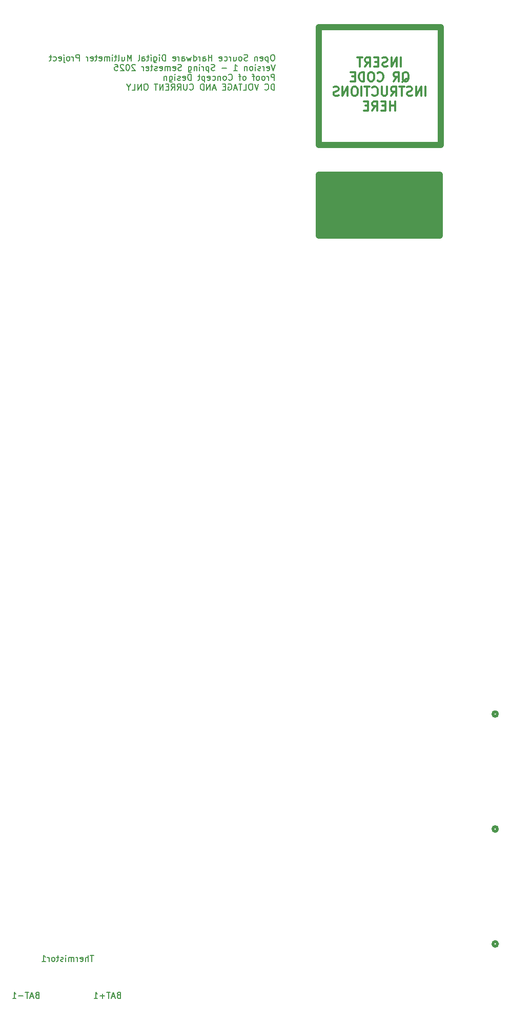
<source format=gbr>
%TF.GenerationSoftware,KiCad,Pcbnew,8.0.0*%
%TF.CreationDate,2025-03-31T17:33:55-04:00*%
%TF.ProjectId,oshe_dmm_project_v1,6f736865-5f64-46d6-9d5f-70726f6a6563,V1*%
%TF.SameCoordinates,Original*%
%TF.FileFunction,Legend,Bot*%
%TF.FilePolarity,Positive*%
%FSLAX46Y46*%
G04 Gerber Fmt 4.6, Leading zero omitted, Abs format (unit mm)*
G04 Created by KiCad (PCBNEW 8.0.0) date 2025-03-31 17:33:55*
%MOMM*%
%LPD*%
G01*
G04 APERTURE LIST*
%ADD10C,1.000000*%
%ADD11C,0.200000*%
%ADD12C,0.150000*%
%ADD13C,0.300000*%
%ADD14C,0.508000*%
G04 APERTURE END LIST*
D10*
X176758200Y-90508400D02*
X196758200Y-90508400D01*
X196758200Y-100508400D01*
X176758200Y-100508400D01*
X176758200Y-90508400D01*
G36*
X176758200Y-90508400D02*
G01*
X196758200Y-90508400D01*
X196758200Y-100508400D01*
X176758200Y-100508400D01*
X176758200Y-90508400D01*
G37*
X176758200Y-66124400D02*
X196925800Y-66124400D01*
X196925800Y-85530000D01*
X176758200Y-85530000D01*
X176758200Y-66124400D01*
D11*
X169263850Y-70629303D02*
X169073374Y-70629303D01*
X169073374Y-70629303D02*
X168978136Y-70676922D01*
X168978136Y-70676922D02*
X168882898Y-70772160D01*
X168882898Y-70772160D02*
X168835279Y-70962636D01*
X168835279Y-70962636D02*
X168835279Y-71295969D01*
X168835279Y-71295969D02*
X168882898Y-71486445D01*
X168882898Y-71486445D02*
X168978136Y-71581684D01*
X168978136Y-71581684D02*
X169073374Y-71629303D01*
X169073374Y-71629303D02*
X169263850Y-71629303D01*
X169263850Y-71629303D02*
X169359088Y-71581684D01*
X169359088Y-71581684D02*
X169454326Y-71486445D01*
X169454326Y-71486445D02*
X169501945Y-71295969D01*
X169501945Y-71295969D02*
X169501945Y-70962636D01*
X169501945Y-70962636D02*
X169454326Y-70772160D01*
X169454326Y-70772160D02*
X169359088Y-70676922D01*
X169359088Y-70676922D02*
X169263850Y-70629303D01*
X168406707Y-70962636D02*
X168406707Y-71962636D01*
X168406707Y-71010255D02*
X168311469Y-70962636D01*
X168311469Y-70962636D02*
X168120993Y-70962636D01*
X168120993Y-70962636D02*
X168025755Y-71010255D01*
X168025755Y-71010255D02*
X167978136Y-71057874D01*
X167978136Y-71057874D02*
X167930517Y-71153112D01*
X167930517Y-71153112D02*
X167930517Y-71438826D01*
X167930517Y-71438826D02*
X167978136Y-71534064D01*
X167978136Y-71534064D02*
X168025755Y-71581684D01*
X168025755Y-71581684D02*
X168120993Y-71629303D01*
X168120993Y-71629303D02*
X168311469Y-71629303D01*
X168311469Y-71629303D02*
X168406707Y-71581684D01*
X167120993Y-71581684D02*
X167216231Y-71629303D01*
X167216231Y-71629303D02*
X167406707Y-71629303D01*
X167406707Y-71629303D02*
X167501945Y-71581684D01*
X167501945Y-71581684D02*
X167549564Y-71486445D01*
X167549564Y-71486445D02*
X167549564Y-71105493D01*
X167549564Y-71105493D02*
X167501945Y-71010255D01*
X167501945Y-71010255D02*
X167406707Y-70962636D01*
X167406707Y-70962636D02*
X167216231Y-70962636D01*
X167216231Y-70962636D02*
X167120993Y-71010255D01*
X167120993Y-71010255D02*
X167073374Y-71105493D01*
X167073374Y-71105493D02*
X167073374Y-71200731D01*
X167073374Y-71200731D02*
X167549564Y-71295969D01*
X166644802Y-70962636D02*
X166644802Y-71629303D01*
X166644802Y-71057874D02*
X166597183Y-71010255D01*
X166597183Y-71010255D02*
X166501945Y-70962636D01*
X166501945Y-70962636D02*
X166359088Y-70962636D01*
X166359088Y-70962636D02*
X166263850Y-71010255D01*
X166263850Y-71010255D02*
X166216231Y-71105493D01*
X166216231Y-71105493D02*
X166216231Y-71629303D01*
X165025754Y-71581684D02*
X164882897Y-71629303D01*
X164882897Y-71629303D02*
X164644802Y-71629303D01*
X164644802Y-71629303D02*
X164549564Y-71581684D01*
X164549564Y-71581684D02*
X164501945Y-71534064D01*
X164501945Y-71534064D02*
X164454326Y-71438826D01*
X164454326Y-71438826D02*
X164454326Y-71343588D01*
X164454326Y-71343588D02*
X164501945Y-71248350D01*
X164501945Y-71248350D02*
X164549564Y-71200731D01*
X164549564Y-71200731D02*
X164644802Y-71153112D01*
X164644802Y-71153112D02*
X164835278Y-71105493D01*
X164835278Y-71105493D02*
X164930516Y-71057874D01*
X164930516Y-71057874D02*
X164978135Y-71010255D01*
X164978135Y-71010255D02*
X165025754Y-70915017D01*
X165025754Y-70915017D02*
X165025754Y-70819779D01*
X165025754Y-70819779D02*
X164978135Y-70724541D01*
X164978135Y-70724541D02*
X164930516Y-70676922D01*
X164930516Y-70676922D02*
X164835278Y-70629303D01*
X164835278Y-70629303D02*
X164597183Y-70629303D01*
X164597183Y-70629303D02*
X164454326Y-70676922D01*
X163882897Y-71629303D02*
X163978135Y-71581684D01*
X163978135Y-71581684D02*
X164025754Y-71534064D01*
X164025754Y-71534064D02*
X164073373Y-71438826D01*
X164073373Y-71438826D02*
X164073373Y-71153112D01*
X164073373Y-71153112D02*
X164025754Y-71057874D01*
X164025754Y-71057874D02*
X163978135Y-71010255D01*
X163978135Y-71010255D02*
X163882897Y-70962636D01*
X163882897Y-70962636D02*
X163740040Y-70962636D01*
X163740040Y-70962636D02*
X163644802Y-71010255D01*
X163644802Y-71010255D02*
X163597183Y-71057874D01*
X163597183Y-71057874D02*
X163549564Y-71153112D01*
X163549564Y-71153112D02*
X163549564Y-71438826D01*
X163549564Y-71438826D02*
X163597183Y-71534064D01*
X163597183Y-71534064D02*
X163644802Y-71581684D01*
X163644802Y-71581684D02*
X163740040Y-71629303D01*
X163740040Y-71629303D02*
X163882897Y-71629303D01*
X162692421Y-70962636D02*
X162692421Y-71629303D01*
X163120992Y-70962636D02*
X163120992Y-71486445D01*
X163120992Y-71486445D02*
X163073373Y-71581684D01*
X163073373Y-71581684D02*
X162978135Y-71629303D01*
X162978135Y-71629303D02*
X162835278Y-71629303D01*
X162835278Y-71629303D02*
X162740040Y-71581684D01*
X162740040Y-71581684D02*
X162692421Y-71534064D01*
X162216230Y-71629303D02*
X162216230Y-70962636D01*
X162216230Y-71153112D02*
X162168611Y-71057874D01*
X162168611Y-71057874D02*
X162120992Y-71010255D01*
X162120992Y-71010255D02*
X162025754Y-70962636D01*
X162025754Y-70962636D02*
X161930516Y-70962636D01*
X161168611Y-71581684D02*
X161263849Y-71629303D01*
X161263849Y-71629303D02*
X161454325Y-71629303D01*
X161454325Y-71629303D02*
X161549563Y-71581684D01*
X161549563Y-71581684D02*
X161597182Y-71534064D01*
X161597182Y-71534064D02*
X161644801Y-71438826D01*
X161644801Y-71438826D02*
X161644801Y-71153112D01*
X161644801Y-71153112D02*
X161597182Y-71057874D01*
X161597182Y-71057874D02*
X161549563Y-71010255D01*
X161549563Y-71010255D02*
X161454325Y-70962636D01*
X161454325Y-70962636D02*
X161263849Y-70962636D01*
X161263849Y-70962636D02*
X161168611Y-71010255D01*
X160359087Y-71581684D02*
X160454325Y-71629303D01*
X160454325Y-71629303D02*
X160644801Y-71629303D01*
X160644801Y-71629303D02*
X160740039Y-71581684D01*
X160740039Y-71581684D02*
X160787658Y-71486445D01*
X160787658Y-71486445D02*
X160787658Y-71105493D01*
X160787658Y-71105493D02*
X160740039Y-71010255D01*
X160740039Y-71010255D02*
X160644801Y-70962636D01*
X160644801Y-70962636D02*
X160454325Y-70962636D01*
X160454325Y-70962636D02*
X160359087Y-71010255D01*
X160359087Y-71010255D02*
X160311468Y-71105493D01*
X160311468Y-71105493D02*
X160311468Y-71200731D01*
X160311468Y-71200731D02*
X160787658Y-71295969D01*
X159120991Y-71629303D02*
X159120991Y-70629303D01*
X159120991Y-71105493D02*
X158549563Y-71105493D01*
X158549563Y-71629303D02*
X158549563Y-70629303D01*
X157644801Y-71629303D02*
X157644801Y-71105493D01*
X157644801Y-71105493D02*
X157692420Y-71010255D01*
X157692420Y-71010255D02*
X157787658Y-70962636D01*
X157787658Y-70962636D02*
X157978134Y-70962636D01*
X157978134Y-70962636D02*
X158073372Y-71010255D01*
X157644801Y-71581684D02*
X157740039Y-71629303D01*
X157740039Y-71629303D02*
X157978134Y-71629303D01*
X157978134Y-71629303D02*
X158073372Y-71581684D01*
X158073372Y-71581684D02*
X158120991Y-71486445D01*
X158120991Y-71486445D02*
X158120991Y-71391207D01*
X158120991Y-71391207D02*
X158073372Y-71295969D01*
X158073372Y-71295969D02*
X157978134Y-71248350D01*
X157978134Y-71248350D02*
X157740039Y-71248350D01*
X157740039Y-71248350D02*
X157644801Y-71200731D01*
X157168610Y-71629303D02*
X157168610Y-70962636D01*
X157168610Y-71153112D02*
X157120991Y-71057874D01*
X157120991Y-71057874D02*
X157073372Y-71010255D01*
X157073372Y-71010255D02*
X156978134Y-70962636D01*
X156978134Y-70962636D02*
X156882896Y-70962636D01*
X156120991Y-71629303D02*
X156120991Y-70629303D01*
X156120991Y-71581684D02*
X156216229Y-71629303D01*
X156216229Y-71629303D02*
X156406705Y-71629303D01*
X156406705Y-71629303D02*
X156501943Y-71581684D01*
X156501943Y-71581684D02*
X156549562Y-71534064D01*
X156549562Y-71534064D02*
X156597181Y-71438826D01*
X156597181Y-71438826D02*
X156597181Y-71153112D01*
X156597181Y-71153112D02*
X156549562Y-71057874D01*
X156549562Y-71057874D02*
X156501943Y-71010255D01*
X156501943Y-71010255D02*
X156406705Y-70962636D01*
X156406705Y-70962636D02*
X156216229Y-70962636D01*
X156216229Y-70962636D02*
X156120991Y-71010255D01*
X155740038Y-70962636D02*
X155549562Y-71629303D01*
X155549562Y-71629303D02*
X155359086Y-71153112D01*
X155359086Y-71153112D02*
X155168610Y-71629303D01*
X155168610Y-71629303D02*
X154978134Y-70962636D01*
X154168610Y-71629303D02*
X154168610Y-71105493D01*
X154168610Y-71105493D02*
X154216229Y-71010255D01*
X154216229Y-71010255D02*
X154311467Y-70962636D01*
X154311467Y-70962636D02*
X154501943Y-70962636D01*
X154501943Y-70962636D02*
X154597181Y-71010255D01*
X154168610Y-71581684D02*
X154263848Y-71629303D01*
X154263848Y-71629303D02*
X154501943Y-71629303D01*
X154501943Y-71629303D02*
X154597181Y-71581684D01*
X154597181Y-71581684D02*
X154644800Y-71486445D01*
X154644800Y-71486445D02*
X154644800Y-71391207D01*
X154644800Y-71391207D02*
X154597181Y-71295969D01*
X154597181Y-71295969D02*
X154501943Y-71248350D01*
X154501943Y-71248350D02*
X154263848Y-71248350D01*
X154263848Y-71248350D02*
X154168610Y-71200731D01*
X153692419Y-71629303D02*
X153692419Y-70962636D01*
X153692419Y-71153112D02*
X153644800Y-71057874D01*
X153644800Y-71057874D02*
X153597181Y-71010255D01*
X153597181Y-71010255D02*
X153501943Y-70962636D01*
X153501943Y-70962636D02*
X153406705Y-70962636D01*
X152692419Y-71581684D02*
X152787657Y-71629303D01*
X152787657Y-71629303D02*
X152978133Y-71629303D01*
X152978133Y-71629303D02*
X153073371Y-71581684D01*
X153073371Y-71581684D02*
X153120990Y-71486445D01*
X153120990Y-71486445D02*
X153120990Y-71105493D01*
X153120990Y-71105493D02*
X153073371Y-71010255D01*
X153073371Y-71010255D02*
X152978133Y-70962636D01*
X152978133Y-70962636D02*
X152787657Y-70962636D01*
X152787657Y-70962636D02*
X152692419Y-71010255D01*
X152692419Y-71010255D02*
X152644800Y-71105493D01*
X152644800Y-71105493D02*
X152644800Y-71200731D01*
X152644800Y-71200731D02*
X153120990Y-71295969D01*
X151454323Y-71629303D02*
X151454323Y-70629303D01*
X151454323Y-70629303D02*
X151216228Y-70629303D01*
X151216228Y-70629303D02*
X151073371Y-70676922D01*
X151073371Y-70676922D02*
X150978133Y-70772160D01*
X150978133Y-70772160D02*
X150930514Y-70867398D01*
X150930514Y-70867398D02*
X150882895Y-71057874D01*
X150882895Y-71057874D02*
X150882895Y-71200731D01*
X150882895Y-71200731D02*
X150930514Y-71391207D01*
X150930514Y-71391207D02*
X150978133Y-71486445D01*
X150978133Y-71486445D02*
X151073371Y-71581684D01*
X151073371Y-71581684D02*
X151216228Y-71629303D01*
X151216228Y-71629303D02*
X151454323Y-71629303D01*
X150454323Y-71629303D02*
X150454323Y-70962636D01*
X150454323Y-70629303D02*
X150501942Y-70676922D01*
X150501942Y-70676922D02*
X150454323Y-70724541D01*
X150454323Y-70724541D02*
X150406704Y-70676922D01*
X150406704Y-70676922D02*
X150454323Y-70629303D01*
X150454323Y-70629303D02*
X150454323Y-70724541D01*
X149549562Y-70962636D02*
X149549562Y-71772160D01*
X149549562Y-71772160D02*
X149597181Y-71867398D01*
X149597181Y-71867398D02*
X149644800Y-71915017D01*
X149644800Y-71915017D02*
X149740038Y-71962636D01*
X149740038Y-71962636D02*
X149882895Y-71962636D01*
X149882895Y-71962636D02*
X149978133Y-71915017D01*
X149549562Y-71581684D02*
X149644800Y-71629303D01*
X149644800Y-71629303D02*
X149835276Y-71629303D01*
X149835276Y-71629303D02*
X149930514Y-71581684D01*
X149930514Y-71581684D02*
X149978133Y-71534064D01*
X149978133Y-71534064D02*
X150025752Y-71438826D01*
X150025752Y-71438826D02*
X150025752Y-71153112D01*
X150025752Y-71153112D02*
X149978133Y-71057874D01*
X149978133Y-71057874D02*
X149930514Y-71010255D01*
X149930514Y-71010255D02*
X149835276Y-70962636D01*
X149835276Y-70962636D02*
X149644800Y-70962636D01*
X149644800Y-70962636D02*
X149549562Y-71010255D01*
X149073371Y-71629303D02*
X149073371Y-70962636D01*
X149073371Y-70629303D02*
X149120990Y-70676922D01*
X149120990Y-70676922D02*
X149073371Y-70724541D01*
X149073371Y-70724541D02*
X149025752Y-70676922D01*
X149025752Y-70676922D02*
X149073371Y-70629303D01*
X149073371Y-70629303D02*
X149073371Y-70724541D01*
X148740038Y-70962636D02*
X148359086Y-70962636D01*
X148597181Y-70629303D02*
X148597181Y-71486445D01*
X148597181Y-71486445D02*
X148549562Y-71581684D01*
X148549562Y-71581684D02*
X148454324Y-71629303D01*
X148454324Y-71629303D02*
X148359086Y-71629303D01*
X147597181Y-71629303D02*
X147597181Y-71105493D01*
X147597181Y-71105493D02*
X147644800Y-71010255D01*
X147644800Y-71010255D02*
X147740038Y-70962636D01*
X147740038Y-70962636D02*
X147930514Y-70962636D01*
X147930514Y-70962636D02*
X148025752Y-71010255D01*
X147597181Y-71581684D02*
X147692419Y-71629303D01*
X147692419Y-71629303D02*
X147930514Y-71629303D01*
X147930514Y-71629303D02*
X148025752Y-71581684D01*
X148025752Y-71581684D02*
X148073371Y-71486445D01*
X148073371Y-71486445D02*
X148073371Y-71391207D01*
X148073371Y-71391207D02*
X148025752Y-71295969D01*
X148025752Y-71295969D02*
X147930514Y-71248350D01*
X147930514Y-71248350D02*
X147692419Y-71248350D01*
X147692419Y-71248350D02*
X147597181Y-71200731D01*
X146978133Y-71629303D02*
X147073371Y-71581684D01*
X147073371Y-71581684D02*
X147120990Y-71486445D01*
X147120990Y-71486445D02*
X147120990Y-70629303D01*
X145835275Y-71629303D02*
X145835275Y-70629303D01*
X145835275Y-70629303D02*
X145501942Y-71343588D01*
X145501942Y-71343588D02*
X145168609Y-70629303D01*
X145168609Y-70629303D02*
X145168609Y-71629303D01*
X144263847Y-70962636D02*
X144263847Y-71629303D01*
X144692418Y-70962636D02*
X144692418Y-71486445D01*
X144692418Y-71486445D02*
X144644799Y-71581684D01*
X144644799Y-71581684D02*
X144549561Y-71629303D01*
X144549561Y-71629303D02*
X144406704Y-71629303D01*
X144406704Y-71629303D02*
X144311466Y-71581684D01*
X144311466Y-71581684D02*
X144263847Y-71534064D01*
X143644799Y-71629303D02*
X143740037Y-71581684D01*
X143740037Y-71581684D02*
X143787656Y-71486445D01*
X143787656Y-71486445D02*
X143787656Y-70629303D01*
X143406703Y-70962636D02*
X143025751Y-70962636D01*
X143263846Y-70629303D02*
X143263846Y-71486445D01*
X143263846Y-71486445D02*
X143216227Y-71581684D01*
X143216227Y-71581684D02*
X143120989Y-71629303D01*
X143120989Y-71629303D02*
X143025751Y-71629303D01*
X142692417Y-71629303D02*
X142692417Y-70962636D01*
X142692417Y-70629303D02*
X142740036Y-70676922D01*
X142740036Y-70676922D02*
X142692417Y-70724541D01*
X142692417Y-70724541D02*
X142644798Y-70676922D01*
X142644798Y-70676922D02*
X142692417Y-70629303D01*
X142692417Y-70629303D02*
X142692417Y-70724541D01*
X142216227Y-71629303D02*
X142216227Y-70962636D01*
X142216227Y-71057874D02*
X142168608Y-71010255D01*
X142168608Y-71010255D02*
X142073370Y-70962636D01*
X142073370Y-70962636D02*
X141930513Y-70962636D01*
X141930513Y-70962636D02*
X141835275Y-71010255D01*
X141835275Y-71010255D02*
X141787656Y-71105493D01*
X141787656Y-71105493D02*
X141787656Y-71629303D01*
X141787656Y-71105493D02*
X141740037Y-71010255D01*
X141740037Y-71010255D02*
X141644799Y-70962636D01*
X141644799Y-70962636D02*
X141501942Y-70962636D01*
X141501942Y-70962636D02*
X141406703Y-71010255D01*
X141406703Y-71010255D02*
X141359084Y-71105493D01*
X141359084Y-71105493D02*
X141359084Y-71629303D01*
X140501942Y-71581684D02*
X140597180Y-71629303D01*
X140597180Y-71629303D02*
X140787656Y-71629303D01*
X140787656Y-71629303D02*
X140882894Y-71581684D01*
X140882894Y-71581684D02*
X140930513Y-71486445D01*
X140930513Y-71486445D02*
X140930513Y-71105493D01*
X140930513Y-71105493D02*
X140882894Y-71010255D01*
X140882894Y-71010255D02*
X140787656Y-70962636D01*
X140787656Y-70962636D02*
X140597180Y-70962636D01*
X140597180Y-70962636D02*
X140501942Y-71010255D01*
X140501942Y-71010255D02*
X140454323Y-71105493D01*
X140454323Y-71105493D02*
X140454323Y-71200731D01*
X140454323Y-71200731D02*
X140930513Y-71295969D01*
X140168608Y-70962636D02*
X139787656Y-70962636D01*
X140025751Y-70629303D02*
X140025751Y-71486445D01*
X140025751Y-71486445D02*
X139978132Y-71581684D01*
X139978132Y-71581684D02*
X139882894Y-71629303D01*
X139882894Y-71629303D02*
X139787656Y-71629303D01*
X139073370Y-71581684D02*
X139168608Y-71629303D01*
X139168608Y-71629303D02*
X139359084Y-71629303D01*
X139359084Y-71629303D02*
X139454322Y-71581684D01*
X139454322Y-71581684D02*
X139501941Y-71486445D01*
X139501941Y-71486445D02*
X139501941Y-71105493D01*
X139501941Y-71105493D02*
X139454322Y-71010255D01*
X139454322Y-71010255D02*
X139359084Y-70962636D01*
X139359084Y-70962636D02*
X139168608Y-70962636D01*
X139168608Y-70962636D02*
X139073370Y-71010255D01*
X139073370Y-71010255D02*
X139025751Y-71105493D01*
X139025751Y-71105493D02*
X139025751Y-71200731D01*
X139025751Y-71200731D02*
X139501941Y-71295969D01*
X138597179Y-71629303D02*
X138597179Y-70962636D01*
X138597179Y-71153112D02*
X138549560Y-71057874D01*
X138549560Y-71057874D02*
X138501941Y-71010255D01*
X138501941Y-71010255D02*
X138406703Y-70962636D01*
X138406703Y-70962636D02*
X138311465Y-70962636D01*
X137216226Y-71629303D02*
X137216226Y-70629303D01*
X137216226Y-70629303D02*
X136835274Y-70629303D01*
X136835274Y-70629303D02*
X136740036Y-70676922D01*
X136740036Y-70676922D02*
X136692417Y-70724541D01*
X136692417Y-70724541D02*
X136644798Y-70819779D01*
X136644798Y-70819779D02*
X136644798Y-70962636D01*
X136644798Y-70962636D02*
X136692417Y-71057874D01*
X136692417Y-71057874D02*
X136740036Y-71105493D01*
X136740036Y-71105493D02*
X136835274Y-71153112D01*
X136835274Y-71153112D02*
X137216226Y-71153112D01*
X136216226Y-71629303D02*
X136216226Y-70962636D01*
X136216226Y-71153112D02*
X136168607Y-71057874D01*
X136168607Y-71057874D02*
X136120988Y-71010255D01*
X136120988Y-71010255D02*
X136025750Y-70962636D01*
X136025750Y-70962636D02*
X135930512Y-70962636D01*
X135454321Y-71629303D02*
X135549559Y-71581684D01*
X135549559Y-71581684D02*
X135597178Y-71534064D01*
X135597178Y-71534064D02*
X135644797Y-71438826D01*
X135644797Y-71438826D02*
X135644797Y-71153112D01*
X135644797Y-71153112D02*
X135597178Y-71057874D01*
X135597178Y-71057874D02*
X135549559Y-71010255D01*
X135549559Y-71010255D02*
X135454321Y-70962636D01*
X135454321Y-70962636D02*
X135311464Y-70962636D01*
X135311464Y-70962636D02*
X135216226Y-71010255D01*
X135216226Y-71010255D02*
X135168607Y-71057874D01*
X135168607Y-71057874D02*
X135120988Y-71153112D01*
X135120988Y-71153112D02*
X135120988Y-71438826D01*
X135120988Y-71438826D02*
X135168607Y-71534064D01*
X135168607Y-71534064D02*
X135216226Y-71581684D01*
X135216226Y-71581684D02*
X135311464Y-71629303D01*
X135311464Y-71629303D02*
X135454321Y-71629303D01*
X134692416Y-70962636D02*
X134692416Y-71819779D01*
X134692416Y-71819779D02*
X134740035Y-71915017D01*
X134740035Y-71915017D02*
X134835273Y-71962636D01*
X134835273Y-71962636D02*
X134882892Y-71962636D01*
X134692416Y-70629303D02*
X134740035Y-70676922D01*
X134740035Y-70676922D02*
X134692416Y-70724541D01*
X134692416Y-70724541D02*
X134644797Y-70676922D01*
X134644797Y-70676922D02*
X134692416Y-70629303D01*
X134692416Y-70629303D02*
X134692416Y-70724541D01*
X133835274Y-71581684D02*
X133930512Y-71629303D01*
X133930512Y-71629303D02*
X134120988Y-71629303D01*
X134120988Y-71629303D02*
X134216226Y-71581684D01*
X134216226Y-71581684D02*
X134263845Y-71486445D01*
X134263845Y-71486445D02*
X134263845Y-71105493D01*
X134263845Y-71105493D02*
X134216226Y-71010255D01*
X134216226Y-71010255D02*
X134120988Y-70962636D01*
X134120988Y-70962636D02*
X133930512Y-70962636D01*
X133930512Y-70962636D02*
X133835274Y-71010255D01*
X133835274Y-71010255D02*
X133787655Y-71105493D01*
X133787655Y-71105493D02*
X133787655Y-71200731D01*
X133787655Y-71200731D02*
X134263845Y-71295969D01*
X132930512Y-71581684D02*
X133025750Y-71629303D01*
X133025750Y-71629303D02*
X133216226Y-71629303D01*
X133216226Y-71629303D02*
X133311464Y-71581684D01*
X133311464Y-71581684D02*
X133359083Y-71534064D01*
X133359083Y-71534064D02*
X133406702Y-71438826D01*
X133406702Y-71438826D02*
X133406702Y-71153112D01*
X133406702Y-71153112D02*
X133359083Y-71057874D01*
X133359083Y-71057874D02*
X133311464Y-71010255D01*
X133311464Y-71010255D02*
X133216226Y-70962636D01*
X133216226Y-70962636D02*
X133025750Y-70962636D01*
X133025750Y-70962636D02*
X132930512Y-71010255D01*
X132644797Y-70962636D02*
X132263845Y-70962636D01*
X132501940Y-70629303D02*
X132501940Y-71486445D01*
X132501940Y-71486445D02*
X132454321Y-71581684D01*
X132454321Y-71581684D02*
X132359083Y-71629303D01*
X132359083Y-71629303D02*
X132263845Y-71629303D01*
X169597183Y-72239247D02*
X169263850Y-73239247D01*
X169263850Y-73239247D02*
X168930517Y-72239247D01*
X168216231Y-73191628D02*
X168311469Y-73239247D01*
X168311469Y-73239247D02*
X168501945Y-73239247D01*
X168501945Y-73239247D02*
X168597183Y-73191628D01*
X168597183Y-73191628D02*
X168644802Y-73096389D01*
X168644802Y-73096389D02*
X168644802Y-72715437D01*
X168644802Y-72715437D02*
X168597183Y-72620199D01*
X168597183Y-72620199D02*
X168501945Y-72572580D01*
X168501945Y-72572580D02*
X168311469Y-72572580D01*
X168311469Y-72572580D02*
X168216231Y-72620199D01*
X168216231Y-72620199D02*
X168168612Y-72715437D01*
X168168612Y-72715437D02*
X168168612Y-72810675D01*
X168168612Y-72810675D02*
X168644802Y-72905913D01*
X167740040Y-73239247D02*
X167740040Y-72572580D01*
X167740040Y-72763056D02*
X167692421Y-72667818D01*
X167692421Y-72667818D02*
X167644802Y-72620199D01*
X167644802Y-72620199D02*
X167549564Y-72572580D01*
X167549564Y-72572580D02*
X167454326Y-72572580D01*
X167168611Y-73191628D02*
X167073373Y-73239247D01*
X167073373Y-73239247D02*
X166882897Y-73239247D01*
X166882897Y-73239247D02*
X166787659Y-73191628D01*
X166787659Y-73191628D02*
X166740040Y-73096389D01*
X166740040Y-73096389D02*
X166740040Y-73048770D01*
X166740040Y-73048770D02*
X166787659Y-72953532D01*
X166787659Y-72953532D02*
X166882897Y-72905913D01*
X166882897Y-72905913D02*
X167025754Y-72905913D01*
X167025754Y-72905913D02*
X167120992Y-72858294D01*
X167120992Y-72858294D02*
X167168611Y-72763056D01*
X167168611Y-72763056D02*
X167168611Y-72715437D01*
X167168611Y-72715437D02*
X167120992Y-72620199D01*
X167120992Y-72620199D02*
X167025754Y-72572580D01*
X167025754Y-72572580D02*
X166882897Y-72572580D01*
X166882897Y-72572580D02*
X166787659Y-72620199D01*
X166311468Y-73239247D02*
X166311468Y-72572580D01*
X166311468Y-72239247D02*
X166359087Y-72286866D01*
X166359087Y-72286866D02*
X166311468Y-72334485D01*
X166311468Y-72334485D02*
X166263849Y-72286866D01*
X166263849Y-72286866D02*
X166311468Y-72239247D01*
X166311468Y-72239247D02*
X166311468Y-72334485D01*
X165692421Y-73239247D02*
X165787659Y-73191628D01*
X165787659Y-73191628D02*
X165835278Y-73144008D01*
X165835278Y-73144008D02*
X165882897Y-73048770D01*
X165882897Y-73048770D02*
X165882897Y-72763056D01*
X165882897Y-72763056D02*
X165835278Y-72667818D01*
X165835278Y-72667818D02*
X165787659Y-72620199D01*
X165787659Y-72620199D02*
X165692421Y-72572580D01*
X165692421Y-72572580D02*
X165549564Y-72572580D01*
X165549564Y-72572580D02*
X165454326Y-72620199D01*
X165454326Y-72620199D02*
X165406707Y-72667818D01*
X165406707Y-72667818D02*
X165359088Y-72763056D01*
X165359088Y-72763056D02*
X165359088Y-73048770D01*
X165359088Y-73048770D02*
X165406707Y-73144008D01*
X165406707Y-73144008D02*
X165454326Y-73191628D01*
X165454326Y-73191628D02*
X165549564Y-73239247D01*
X165549564Y-73239247D02*
X165692421Y-73239247D01*
X164930516Y-72572580D02*
X164930516Y-73239247D01*
X164930516Y-72667818D02*
X164882897Y-72620199D01*
X164882897Y-72620199D02*
X164787659Y-72572580D01*
X164787659Y-72572580D02*
X164644802Y-72572580D01*
X164644802Y-72572580D02*
X164549564Y-72620199D01*
X164549564Y-72620199D02*
X164501945Y-72715437D01*
X164501945Y-72715437D02*
X164501945Y-73239247D01*
X162740040Y-73239247D02*
X163311468Y-73239247D01*
X163025754Y-73239247D02*
X163025754Y-72239247D01*
X163025754Y-72239247D02*
X163120992Y-72382104D01*
X163120992Y-72382104D02*
X163216230Y-72477342D01*
X163216230Y-72477342D02*
X163311468Y-72524961D01*
X161549563Y-72858294D02*
X160787659Y-72858294D01*
X159597182Y-73191628D02*
X159454325Y-73239247D01*
X159454325Y-73239247D02*
X159216230Y-73239247D01*
X159216230Y-73239247D02*
X159120992Y-73191628D01*
X159120992Y-73191628D02*
X159073373Y-73144008D01*
X159073373Y-73144008D02*
X159025754Y-73048770D01*
X159025754Y-73048770D02*
X159025754Y-72953532D01*
X159025754Y-72953532D02*
X159073373Y-72858294D01*
X159073373Y-72858294D02*
X159120992Y-72810675D01*
X159120992Y-72810675D02*
X159216230Y-72763056D01*
X159216230Y-72763056D02*
X159406706Y-72715437D01*
X159406706Y-72715437D02*
X159501944Y-72667818D01*
X159501944Y-72667818D02*
X159549563Y-72620199D01*
X159549563Y-72620199D02*
X159597182Y-72524961D01*
X159597182Y-72524961D02*
X159597182Y-72429723D01*
X159597182Y-72429723D02*
X159549563Y-72334485D01*
X159549563Y-72334485D02*
X159501944Y-72286866D01*
X159501944Y-72286866D02*
X159406706Y-72239247D01*
X159406706Y-72239247D02*
X159168611Y-72239247D01*
X159168611Y-72239247D02*
X159025754Y-72286866D01*
X158597182Y-72572580D02*
X158597182Y-73572580D01*
X158597182Y-72620199D02*
X158501944Y-72572580D01*
X158501944Y-72572580D02*
X158311468Y-72572580D01*
X158311468Y-72572580D02*
X158216230Y-72620199D01*
X158216230Y-72620199D02*
X158168611Y-72667818D01*
X158168611Y-72667818D02*
X158120992Y-72763056D01*
X158120992Y-72763056D02*
X158120992Y-73048770D01*
X158120992Y-73048770D02*
X158168611Y-73144008D01*
X158168611Y-73144008D02*
X158216230Y-73191628D01*
X158216230Y-73191628D02*
X158311468Y-73239247D01*
X158311468Y-73239247D02*
X158501944Y-73239247D01*
X158501944Y-73239247D02*
X158597182Y-73191628D01*
X157692420Y-73239247D02*
X157692420Y-72572580D01*
X157692420Y-72763056D02*
X157644801Y-72667818D01*
X157644801Y-72667818D02*
X157597182Y-72620199D01*
X157597182Y-72620199D02*
X157501944Y-72572580D01*
X157501944Y-72572580D02*
X157406706Y-72572580D01*
X157073372Y-73239247D02*
X157073372Y-72572580D01*
X157073372Y-72239247D02*
X157120991Y-72286866D01*
X157120991Y-72286866D02*
X157073372Y-72334485D01*
X157073372Y-72334485D02*
X157025753Y-72286866D01*
X157025753Y-72286866D02*
X157073372Y-72239247D01*
X157073372Y-72239247D02*
X157073372Y-72334485D01*
X156597182Y-72572580D02*
X156597182Y-73239247D01*
X156597182Y-72667818D02*
X156549563Y-72620199D01*
X156549563Y-72620199D02*
X156454325Y-72572580D01*
X156454325Y-72572580D02*
X156311468Y-72572580D01*
X156311468Y-72572580D02*
X156216230Y-72620199D01*
X156216230Y-72620199D02*
X156168611Y-72715437D01*
X156168611Y-72715437D02*
X156168611Y-73239247D01*
X155263849Y-72572580D02*
X155263849Y-73382104D01*
X155263849Y-73382104D02*
X155311468Y-73477342D01*
X155311468Y-73477342D02*
X155359087Y-73524961D01*
X155359087Y-73524961D02*
X155454325Y-73572580D01*
X155454325Y-73572580D02*
X155597182Y-73572580D01*
X155597182Y-73572580D02*
X155692420Y-73524961D01*
X155263849Y-73191628D02*
X155359087Y-73239247D01*
X155359087Y-73239247D02*
X155549563Y-73239247D01*
X155549563Y-73239247D02*
X155644801Y-73191628D01*
X155644801Y-73191628D02*
X155692420Y-73144008D01*
X155692420Y-73144008D02*
X155740039Y-73048770D01*
X155740039Y-73048770D02*
X155740039Y-72763056D01*
X155740039Y-72763056D02*
X155692420Y-72667818D01*
X155692420Y-72667818D02*
X155644801Y-72620199D01*
X155644801Y-72620199D02*
X155549563Y-72572580D01*
X155549563Y-72572580D02*
X155359087Y-72572580D01*
X155359087Y-72572580D02*
X155263849Y-72620199D01*
X154073372Y-73191628D02*
X153930515Y-73239247D01*
X153930515Y-73239247D02*
X153692420Y-73239247D01*
X153692420Y-73239247D02*
X153597182Y-73191628D01*
X153597182Y-73191628D02*
X153549563Y-73144008D01*
X153549563Y-73144008D02*
X153501944Y-73048770D01*
X153501944Y-73048770D02*
X153501944Y-72953532D01*
X153501944Y-72953532D02*
X153549563Y-72858294D01*
X153549563Y-72858294D02*
X153597182Y-72810675D01*
X153597182Y-72810675D02*
X153692420Y-72763056D01*
X153692420Y-72763056D02*
X153882896Y-72715437D01*
X153882896Y-72715437D02*
X153978134Y-72667818D01*
X153978134Y-72667818D02*
X154025753Y-72620199D01*
X154025753Y-72620199D02*
X154073372Y-72524961D01*
X154073372Y-72524961D02*
X154073372Y-72429723D01*
X154073372Y-72429723D02*
X154025753Y-72334485D01*
X154025753Y-72334485D02*
X153978134Y-72286866D01*
X153978134Y-72286866D02*
X153882896Y-72239247D01*
X153882896Y-72239247D02*
X153644801Y-72239247D01*
X153644801Y-72239247D02*
X153501944Y-72286866D01*
X152692420Y-73191628D02*
X152787658Y-73239247D01*
X152787658Y-73239247D02*
X152978134Y-73239247D01*
X152978134Y-73239247D02*
X153073372Y-73191628D01*
X153073372Y-73191628D02*
X153120991Y-73096389D01*
X153120991Y-73096389D02*
X153120991Y-72715437D01*
X153120991Y-72715437D02*
X153073372Y-72620199D01*
X153073372Y-72620199D02*
X152978134Y-72572580D01*
X152978134Y-72572580D02*
X152787658Y-72572580D01*
X152787658Y-72572580D02*
X152692420Y-72620199D01*
X152692420Y-72620199D02*
X152644801Y-72715437D01*
X152644801Y-72715437D02*
X152644801Y-72810675D01*
X152644801Y-72810675D02*
X153120991Y-72905913D01*
X152216229Y-73239247D02*
X152216229Y-72572580D01*
X152216229Y-72667818D02*
X152168610Y-72620199D01*
X152168610Y-72620199D02*
X152073372Y-72572580D01*
X152073372Y-72572580D02*
X151930515Y-72572580D01*
X151930515Y-72572580D02*
X151835277Y-72620199D01*
X151835277Y-72620199D02*
X151787658Y-72715437D01*
X151787658Y-72715437D02*
X151787658Y-73239247D01*
X151787658Y-72715437D02*
X151740039Y-72620199D01*
X151740039Y-72620199D02*
X151644801Y-72572580D01*
X151644801Y-72572580D02*
X151501944Y-72572580D01*
X151501944Y-72572580D02*
X151406705Y-72620199D01*
X151406705Y-72620199D02*
X151359086Y-72715437D01*
X151359086Y-72715437D02*
X151359086Y-73239247D01*
X150501944Y-73191628D02*
X150597182Y-73239247D01*
X150597182Y-73239247D02*
X150787658Y-73239247D01*
X150787658Y-73239247D02*
X150882896Y-73191628D01*
X150882896Y-73191628D02*
X150930515Y-73096389D01*
X150930515Y-73096389D02*
X150930515Y-72715437D01*
X150930515Y-72715437D02*
X150882896Y-72620199D01*
X150882896Y-72620199D02*
X150787658Y-72572580D01*
X150787658Y-72572580D02*
X150597182Y-72572580D01*
X150597182Y-72572580D02*
X150501944Y-72620199D01*
X150501944Y-72620199D02*
X150454325Y-72715437D01*
X150454325Y-72715437D02*
X150454325Y-72810675D01*
X150454325Y-72810675D02*
X150930515Y-72905913D01*
X150073372Y-73191628D02*
X149978134Y-73239247D01*
X149978134Y-73239247D02*
X149787658Y-73239247D01*
X149787658Y-73239247D02*
X149692420Y-73191628D01*
X149692420Y-73191628D02*
X149644801Y-73096389D01*
X149644801Y-73096389D02*
X149644801Y-73048770D01*
X149644801Y-73048770D02*
X149692420Y-72953532D01*
X149692420Y-72953532D02*
X149787658Y-72905913D01*
X149787658Y-72905913D02*
X149930515Y-72905913D01*
X149930515Y-72905913D02*
X150025753Y-72858294D01*
X150025753Y-72858294D02*
X150073372Y-72763056D01*
X150073372Y-72763056D02*
X150073372Y-72715437D01*
X150073372Y-72715437D02*
X150025753Y-72620199D01*
X150025753Y-72620199D02*
X149930515Y-72572580D01*
X149930515Y-72572580D02*
X149787658Y-72572580D01*
X149787658Y-72572580D02*
X149692420Y-72620199D01*
X149359086Y-72572580D02*
X148978134Y-72572580D01*
X149216229Y-72239247D02*
X149216229Y-73096389D01*
X149216229Y-73096389D02*
X149168610Y-73191628D01*
X149168610Y-73191628D02*
X149073372Y-73239247D01*
X149073372Y-73239247D02*
X148978134Y-73239247D01*
X148263848Y-73191628D02*
X148359086Y-73239247D01*
X148359086Y-73239247D02*
X148549562Y-73239247D01*
X148549562Y-73239247D02*
X148644800Y-73191628D01*
X148644800Y-73191628D02*
X148692419Y-73096389D01*
X148692419Y-73096389D02*
X148692419Y-72715437D01*
X148692419Y-72715437D02*
X148644800Y-72620199D01*
X148644800Y-72620199D02*
X148549562Y-72572580D01*
X148549562Y-72572580D02*
X148359086Y-72572580D01*
X148359086Y-72572580D02*
X148263848Y-72620199D01*
X148263848Y-72620199D02*
X148216229Y-72715437D01*
X148216229Y-72715437D02*
X148216229Y-72810675D01*
X148216229Y-72810675D02*
X148692419Y-72905913D01*
X147787657Y-73239247D02*
X147787657Y-72572580D01*
X147787657Y-72763056D02*
X147740038Y-72667818D01*
X147740038Y-72667818D02*
X147692419Y-72620199D01*
X147692419Y-72620199D02*
X147597181Y-72572580D01*
X147597181Y-72572580D02*
X147501943Y-72572580D01*
X146454323Y-72334485D02*
X146406704Y-72286866D01*
X146406704Y-72286866D02*
X146311466Y-72239247D01*
X146311466Y-72239247D02*
X146073371Y-72239247D01*
X146073371Y-72239247D02*
X145978133Y-72286866D01*
X145978133Y-72286866D02*
X145930514Y-72334485D01*
X145930514Y-72334485D02*
X145882895Y-72429723D01*
X145882895Y-72429723D02*
X145882895Y-72524961D01*
X145882895Y-72524961D02*
X145930514Y-72667818D01*
X145930514Y-72667818D02*
X146501942Y-73239247D01*
X146501942Y-73239247D02*
X145882895Y-73239247D01*
X145263847Y-72239247D02*
X145168609Y-72239247D01*
X145168609Y-72239247D02*
X145073371Y-72286866D01*
X145073371Y-72286866D02*
X145025752Y-72334485D01*
X145025752Y-72334485D02*
X144978133Y-72429723D01*
X144978133Y-72429723D02*
X144930514Y-72620199D01*
X144930514Y-72620199D02*
X144930514Y-72858294D01*
X144930514Y-72858294D02*
X144978133Y-73048770D01*
X144978133Y-73048770D02*
X145025752Y-73144008D01*
X145025752Y-73144008D02*
X145073371Y-73191628D01*
X145073371Y-73191628D02*
X145168609Y-73239247D01*
X145168609Y-73239247D02*
X145263847Y-73239247D01*
X145263847Y-73239247D02*
X145359085Y-73191628D01*
X145359085Y-73191628D02*
X145406704Y-73144008D01*
X145406704Y-73144008D02*
X145454323Y-73048770D01*
X145454323Y-73048770D02*
X145501942Y-72858294D01*
X145501942Y-72858294D02*
X145501942Y-72620199D01*
X145501942Y-72620199D02*
X145454323Y-72429723D01*
X145454323Y-72429723D02*
X145406704Y-72334485D01*
X145406704Y-72334485D02*
X145359085Y-72286866D01*
X145359085Y-72286866D02*
X145263847Y-72239247D01*
X144549561Y-72334485D02*
X144501942Y-72286866D01*
X144501942Y-72286866D02*
X144406704Y-72239247D01*
X144406704Y-72239247D02*
X144168609Y-72239247D01*
X144168609Y-72239247D02*
X144073371Y-72286866D01*
X144073371Y-72286866D02*
X144025752Y-72334485D01*
X144025752Y-72334485D02*
X143978133Y-72429723D01*
X143978133Y-72429723D02*
X143978133Y-72524961D01*
X143978133Y-72524961D02*
X144025752Y-72667818D01*
X144025752Y-72667818D02*
X144597180Y-73239247D01*
X144597180Y-73239247D02*
X143978133Y-73239247D01*
X143073371Y-72239247D02*
X143549561Y-72239247D01*
X143549561Y-72239247D02*
X143597180Y-72715437D01*
X143597180Y-72715437D02*
X143549561Y-72667818D01*
X143549561Y-72667818D02*
X143454323Y-72620199D01*
X143454323Y-72620199D02*
X143216228Y-72620199D01*
X143216228Y-72620199D02*
X143120990Y-72667818D01*
X143120990Y-72667818D02*
X143073371Y-72715437D01*
X143073371Y-72715437D02*
X143025752Y-72810675D01*
X143025752Y-72810675D02*
X143025752Y-73048770D01*
X143025752Y-73048770D02*
X143073371Y-73144008D01*
X143073371Y-73144008D02*
X143120990Y-73191628D01*
X143120990Y-73191628D02*
X143216228Y-73239247D01*
X143216228Y-73239247D02*
X143454323Y-73239247D01*
X143454323Y-73239247D02*
X143549561Y-73191628D01*
X143549561Y-73191628D02*
X143597180Y-73144008D01*
X169454326Y-74849191D02*
X169454326Y-73849191D01*
X169454326Y-73849191D02*
X169073374Y-73849191D01*
X169073374Y-73849191D02*
X168978136Y-73896810D01*
X168978136Y-73896810D02*
X168930517Y-73944429D01*
X168930517Y-73944429D02*
X168882898Y-74039667D01*
X168882898Y-74039667D02*
X168882898Y-74182524D01*
X168882898Y-74182524D02*
X168930517Y-74277762D01*
X168930517Y-74277762D02*
X168978136Y-74325381D01*
X168978136Y-74325381D02*
X169073374Y-74373000D01*
X169073374Y-74373000D02*
X169454326Y-74373000D01*
X168454326Y-74849191D02*
X168454326Y-74182524D01*
X168454326Y-74373000D02*
X168406707Y-74277762D01*
X168406707Y-74277762D02*
X168359088Y-74230143D01*
X168359088Y-74230143D02*
X168263850Y-74182524D01*
X168263850Y-74182524D02*
X168168612Y-74182524D01*
X167692421Y-74849191D02*
X167787659Y-74801572D01*
X167787659Y-74801572D02*
X167835278Y-74753952D01*
X167835278Y-74753952D02*
X167882897Y-74658714D01*
X167882897Y-74658714D02*
X167882897Y-74373000D01*
X167882897Y-74373000D02*
X167835278Y-74277762D01*
X167835278Y-74277762D02*
X167787659Y-74230143D01*
X167787659Y-74230143D02*
X167692421Y-74182524D01*
X167692421Y-74182524D02*
X167549564Y-74182524D01*
X167549564Y-74182524D02*
X167454326Y-74230143D01*
X167454326Y-74230143D02*
X167406707Y-74277762D01*
X167406707Y-74277762D02*
X167359088Y-74373000D01*
X167359088Y-74373000D02*
X167359088Y-74658714D01*
X167359088Y-74658714D02*
X167406707Y-74753952D01*
X167406707Y-74753952D02*
X167454326Y-74801572D01*
X167454326Y-74801572D02*
X167549564Y-74849191D01*
X167549564Y-74849191D02*
X167692421Y-74849191D01*
X166787659Y-74849191D02*
X166882897Y-74801572D01*
X166882897Y-74801572D02*
X166930516Y-74753952D01*
X166930516Y-74753952D02*
X166978135Y-74658714D01*
X166978135Y-74658714D02*
X166978135Y-74373000D01*
X166978135Y-74373000D02*
X166930516Y-74277762D01*
X166930516Y-74277762D02*
X166882897Y-74230143D01*
X166882897Y-74230143D02*
X166787659Y-74182524D01*
X166787659Y-74182524D02*
X166644802Y-74182524D01*
X166644802Y-74182524D02*
X166549564Y-74230143D01*
X166549564Y-74230143D02*
X166501945Y-74277762D01*
X166501945Y-74277762D02*
X166454326Y-74373000D01*
X166454326Y-74373000D02*
X166454326Y-74658714D01*
X166454326Y-74658714D02*
X166501945Y-74753952D01*
X166501945Y-74753952D02*
X166549564Y-74801572D01*
X166549564Y-74801572D02*
X166644802Y-74849191D01*
X166644802Y-74849191D02*
X166787659Y-74849191D01*
X166168611Y-74182524D02*
X165787659Y-74182524D01*
X166025754Y-74849191D02*
X166025754Y-73992048D01*
X166025754Y-73992048D02*
X165978135Y-73896810D01*
X165978135Y-73896810D02*
X165882897Y-73849191D01*
X165882897Y-73849191D02*
X165787659Y-73849191D01*
X164549563Y-74849191D02*
X164644801Y-74801572D01*
X164644801Y-74801572D02*
X164692420Y-74753952D01*
X164692420Y-74753952D02*
X164740039Y-74658714D01*
X164740039Y-74658714D02*
X164740039Y-74373000D01*
X164740039Y-74373000D02*
X164692420Y-74277762D01*
X164692420Y-74277762D02*
X164644801Y-74230143D01*
X164644801Y-74230143D02*
X164549563Y-74182524D01*
X164549563Y-74182524D02*
X164406706Y-74182524D01*
X164406706Y-74182524D02*
X164311468Y-74230143D01*
X164311468Y-74230143D02*
X164263849Y-74277762D01*
X164263849Y-74277762D02*
X164216230Y-74373000D01*
X164216230Y-74373000D02*
X164216230Y-74658714D01*
X164216230Y-74658714D02*
X164263849Y-74753952D01*
X164263849Y-74753952D02*
X164311468Y-74801572D01*
X164311468Y-74801572D02*
X164406706Y-74849191D01*
X164406706Y-74849191D02*
X164549563Y-74849191D01*
X163930515Y-74182524D02*
X163549563Y-74182524D01*
X163787658Y-74849191D02*
X163787658Y-73992048D01*
X163787658Y-73992048D02*
X163740039Y-73896810D01*
X163740039Y-73896810D02*
X163644801Y-73849191D01*
X163644801Y-73849191D02*
X163549563Y-73849191D01*
X161882896Y-74753952D02*
X161930515Y-74801572D01*
X161930515Y-74801572D02*
X162073372Y-74849191D01*
X162073372Y-74849191D02*
X162168610Y-74849191D01*
X162168610Y-74849191D02*
X162311467Y-74801572D01*
X162311467Y-74801572D02*
X162406705Y-74706333D01*
X162406705Y-74706333D02*
X162454324Y-74611095D01*
X162454324Y-74611095D02*
X162501943Y-74420619D01*
X162501943Y-74420619D02*
X162501943Y-74277762D01*
X162501943Y-74277762D02*
X162454324Y-74087286D01*
X162454324Y-74087286D02*
X162406705Y-73992048D01*
X162406705Y-73992048D02*
X162311467Y-73896810D01*
X162311467Y-73896810D02*
X162168610Y-73849191D01*
X162168610Y-73849191D02*
X162073372Y-73849191D01*
X162073372Y-73849191D02*
X161930515Y-73896810D01*
X161930515Y-73896810D02*
X161882896Y-73944429D01*
X161311467Y-74849191D02*
X161406705Y-74801572D01*
X161406705Y-74801572D02*
X161454324Y-74753952D01*
X161454324Y-74753952D02*
X161501943Y-74658714D01*
X161501943Y-74658714D02*
X161501943Y-74373000D01*
X161501943Y-74373000D02*
X161454324Y-74277762D01*
X161454324Y-74277762D02*
X161406705Y-74230143D01*
X161406705Y-74230143D02*
X161311467Y-74182524D01*
X161311467Y-74182524D02*
X161168610Y-74182524D01*
X161168610Y-74182524D02*
X161073372Y-74230143D01*
X161073372Y-74230143D02*
X161025753Y-74277762D01*
X161025753Y-74277762D02*
X160978134Y-74373000D01*
X160978134Y-74373000D02*
X160978134Y-74658714D01*
X160978134Y-74658714D02*
X161025753Y-74753952D01*
X161025753Y-74753952D02*
X161073372Y-74801572D01*
X161073372Y-74801572D02*
X161168610Y-74849191D01*
X161168610Y-74849191D02*
X161311467Y-74849191D01*
X160549562Y-74182524D02*
X160549562Y-74849191D01*
X160549562Y-74277762D02*
X160501943Y-74230143D01*
X160501943Y-74230143D02*
X160406705Y-74182524D01*
X160406705Y-74182524D02*
X160263848Y-74182524D01*
X160263848Y-74182524D02*
X160168610Y-74230143D01*
X160168610Y-74230143D02*
X160120991Y-74325381D01*
X160120991Y-74325381D02*
X160120991Y-74849191D01*
X159216229Y-74801572D02*
X159311467Y-74849191D01*
X159311467Y-74849191D02*
X159501943Y-74849191D01*
X159501943Y-74849191D02*
X159597181Y-74801572D01*
X159597181Y-74801572D02*
X159644800Y-74753952D01*
X159644800Y-74753952D02*
X159692419Y-74658714D01*
X159692419Y-74658714D02*
X159692419Y-74373000D01*
X159692419Y-74373000D02*
X159644800Y-74277762D01*
X159644800Y-74277762D02*
X159597181Y-74230143D01*
X159597181Y-74230143D02*
X159501943Y-74182524D01*
X159501943Y-74182524D02*
X159311467Y-74182524D01*
X159311467Y-74182524D02*
X159216229Y-74230143D01*
X158406705Y-74801572D02*
X158501943Y-74849191D01*
X158501943Y-74849191D02*
X158692419Y-74849191D01*
X158692419Y-74849191D02*
X158787657Y-74801572D01*
X158787657Y-74801572D02*
X158835276Y-74706333D01*
X158835276Y-74706333D02*
X158835276Y-74325381D01*
X158835276Y-74325381D02*
X158787657Y-74230143D01*
X158787657Y-74230143D02*
X158692419Y-74182524D01*
X158692419Y-74182524D02*
X158501943Y-74182524D01*
X158501943Y-74182524D02*
X158406705Y-74230143D01*
X158406705Y-74230143D02*
X158359086Y-74325381D01*
X158359086Y-74325381D02*
X158359086Y-74420619D01*
X158359086Y-74420619D02*
X158835276Y-74515857D01*
X157930514Y-74182524D02*
X157930514Y-75182524D01*
X157930514Y-74230143D02*
X157835276Y-74182524D01*
X157835276Y-74182524D02*
X157644800Y-74182524D01*
X157644800Y-74182524D02*
X157549562Y-74230143D01*
X157549562Y-74230143D02*
X157501943Y-74277762D01*
X157501943Y-74277762D02*
X157454324Y-74373000D01*
X157454324Y-74373000D02*
X157454324Y-74658714D01*
X157454324Y-74658714D02*
X157501943Y-74753952D01*
X157501943Y-74753952D02*
X157549562Y-74801572D01*
X157549562Y-74801572D02*
X157644800Y-74849191D01*
X157644800Y-74849191D02*
X157835276Y-74849191D01*
X157835276Y-74849191D02*
X157930514Y-74801572D01*
X157168609Y-74182524D02*
X156787657Y-74182524D01*
X157025752Y-73849191D02*
X157025752Y-74706333D01*
X157025752Y-74706333D02*
X156978133Y-74801572D01*
X156978133Y-74801572D02*
X156882895Y-74849191D01*
X156882895Y-74849191D02*
X156787657Y-74849191D01*
X155692418Y-74849191D02*
X155692418Y-73849191D01*
X155692418Y-73849191D02*
X155454323Y-73849191D01*
X155454323Y-73849191D02*
X155311466Y-73896810D01*
X155311466Y-73896810D02*
X155216228Y-73992048D01*
X155216228Y-73992048D02*
X155168609Y-74087286D01*
X155168609Y-74087286D02*
X155120990Y-74277762D01*
X155120990Y-74277762D02*
X155120990Y-74420619D01*
X155120990Y-74420619D02*
X155168609Y-74611095D01*
X155168609Y-74611095D02*
X155216228Y-74706333D01*
X155216228Y-74706333D02*
X155311466Y-74801572D01*
X155311466Y-74801572D02*
X155454323Y-74849191D01*
X155454323Y-74849191D02*
X155692418Y-74849191D01*
X154311466Y-74801572D02*
X154406704Y-74849191D01*
X154406704Y-74849191D02*
X154597180Y-74849191D01*
X154597180Y-74849191D02*
X154692418Y-74801572D01*
X154692418Y-74801572D02*
X154740037Y-74706333D01*
X154740037Y-74706333D02*
X154740037Y-74325381D01*
X154740037Y-74325381D02*
X154692418Y-74230143D01*
X154692418Y-74230143D02*
X154597180Y-74182524D01*
X154597180Y-74182524D02*
X154406704Y-74182524D01*
X154406704Y-74182524D02*
X154311466Y-74230143D01*
X154311466Y-74230143D02*
X154263847Y-74325381D01*
X154263847Y-74325381D02*
X154263847Y-74420619D01*
X154263847Y-74420619D02*
X154740037Y-74515857D01*
X153882894Y-74801572D02*
X153787656Y-74849191D01*
X153787656Y-74849191D02*
X153597180Y-74849191D01*
X153597180Y-74849191D02*
X153501942Y-74801572D01*
X153501942Y-74801572D02*
X153454323Y-74706333D01*
X153454323Y-74706333D02*
X153454323Y-74658714D01*
X153454323Y-74658714D02*
X153501942Y-74563476D01*
X153501942Y-74563476D02*
X153597180Y-74515857D01*
X153597180Y-74515857D02*
X153740037Y-74515857D01*
X153740037Y-74515857D02*
X153835275Y-74468238D01*
X153835275Y-74468238D02*
X153882894Y-74373000D01*
X153882894Y-74373000D02*
X153882894Y-74325381D01*
X153882894Y-74325381D02*
X153835275Y-74230143D01*
X153835275Y-74230143D02*
X153740037Y-74182524D01*
X153740037Y-74182524D02*
X153597180Y-74182524D01*
X153597180Y-74182524D02*
X153501942Y-74230143D01*
X153025751Y-74849191D02*
X153025751Y-74182524D01*
X153025751Y-73849191D02*
X153073370Y-73896810D01*
X153073370Y-73896810D02*
X153025751Y-73944429D01*
X153025751Y-73944429D02*
X152978132Y-73896810D01*
X152978132Y-73896810D02*
X153025751Y-73849191D01*
X153025751Y-73849191D02*
X153025751Y-73944429D01*
X152120990Y-74182524D02*
X152120990Y-74992048D01*
X152120990Y-74992048D02*
X152168609Y-75087286D01*
X152168609Y-75087286D02*
X152216228Y-75134905D01*
X152216228Y-75134905D02*
X152311466Y-75182524D01*
X152311466Y-75182524D02*
X152454323Y-75182524D01*
X152454323Y-75182524D02*
X152549561Y-75134905D01*
X152120990Y-74801572D02*
X152216228Y-74849191D01*
X152216228Y-74849191D02*
X152406704Y-74849191D01*
X152406704Y-74849191D02*
X152501942Y-74801572D01*
X152501942Y-74801572D02*
X152549561Y-74753952D01*
X152549561Y-74753952D02*
X152597180Y-74658714D01*
X152597180Y-74658714D02*
X152597180Y-74373000D01*
X152597180Y-74373000D02*
X152549561Y-74277762D01*
X152549561Y-74277762D02*
X152501942Y-74230143D01*
X152501942Y-74230143D02*
X152406704Y-74182524D01*
X152406704Y-74182524D02*
X152216228Y-74182524D01*
X152216228Y-74182524D02*
X152120990Y-74230143D01*
X151644799Y-74182524D02*
X151644799Y-74849191D01*
X151644799Y-74277762D02*
X151597180Y-74230143D01*
X151597180Y-74230143D02*
X151501942Y-74182524D01*
X151501942Y-74182524D02*
X151359085Y-74182524D01*
X151359085Y-74182524D02*
X151263847Y-74230143D01*
X151263847Y-74230143D02*
X151216228Y-74325381D01*
X151216228Y-74325381D02*
X151216228Y-74849191D01*
X169454326Y-76459135D02*
X169454326Y-75459135D01*
X169454326Y-75459135D02*
X169216231Y-75459135D01*
X169216231Y-75459135D02*
X169073374Y-75506754D01*
X169073374Y-75506754D02*
X168978136Y-75601992D01*
X168978136Y-75601992D02*
X168930517Y-75697230D01*
X168930517Y-75697230D02*
X168882898Y-75887706D01*
X168882898Y-75887706D02*
X168882898Y-76030563D01*
X168882898Y-76030563D02*
X168930517Y-76221039D01*
X168930517Y-76221039D02*
X168978136Y-76316277D01*
X168978136Y-76316277D02*
X169073374Y-76411516D01*
X169073374Y-76411516D02*
X169216231Y-76459135D01*
X169216231Y-76459135D02*
X169454326Y-76459135D01*
X167882898Y-76363896D02*
X167930517Y-76411516D01*
X167930517Y-76411516D02*
X168073374Y-76459135D01*
X168073374Y-76459135D02*
X168168612Y-76459135D01*
X168168612Y-76459135D02*
X168311469Y-76411516D01*
X168311469Y-76411516D02*
X168406707Y-76316277D01*
X168406707Y-76316277D02*
X168454326Y-76221039D01*
X168454326Y-76221039D02*
X168501945Y-76030563D01*
X168501945Y-76030563D02*
X168501945Y-75887706D01*
X168501945Y-75887706D02*
X168454326Y-75697230D01*
X168454326Y-75697230D02*
X168406707Y-75601992D01*
X168406707Y-75601992D02*
X168311469Y-75506754D01*
X168311469Y-75506754D02*
X168168612Y-75459135D01*
X168168612Y-75459135D02*
X168073374Y-75459135D01*
X168073374Y-75459135D02*
X167930517Y-75506754D01*
X167930517Y-75506754D02*
X167882898Y-75554373D01*
X166835278Y-75459135D02*
X166501945Y-76459135D01*
X166501945Y-76459135D02*
X166168612Y-75459135D01*
X165644802Y-75459135D02*
X165454326Y-75459135D01*
X165454326Y-75459135D02*
X165359088Y-75506754D01*
X165359088Y-75506754D02*
X165263850Y-75601992D01*
X165263850Y-75601992D02*
X165216231Y-75792468D01*
X165216231Y-75792468D02*
X165216231Y-76125801D01*
X165216231Y-76125801D02*
X165263850Y-76316277D01*
X165263850Y-76316277D02*
X165359088Y-76411516D01*
X165359088Y-76411516D02*
X165454326Y-76459135D01*
X165454326Y-76459135D02*
X165644802Y-76459135D01*
X165644802Y-76459135D02*
X165740040Y-76411516D01*
X165740040Y-76411516D02*
X165835278Y-76316277D01*
X165835278Y-76316277D02*
X165882897Y-76125801D01*
X165882897Y-76125801D02*
X165882897Y-75792468D01*
X165882897Y-75792468D02*
X165835278Y-75601992D01*
X165835278Y-75601992D02*
X165740040Y-75506754D01*
X165740040Y-75506754D02*
X165644802Y-75459135D01*
X164311469Y-76459135D02*
X164787659Y-76459135D01*
X164787659Y-76459135D02*
X164787659Y-75459135D01*
X164120992Y-75459135D02*
X163549564Y-75459135D01*
X163835278Y-76459135D02*
X163835278Y-75459135D01*
X163263849Y-76173420D02*
X162787659Y-76173420D01*
X163359087Y-76459135D02*
X163025754Y-75459135D01*
X163025754Y-75459135D02*
X162692421Y-76459135D01*
X161835278Y-75506754D02*
X161930516Y-75459135D01*
X161930516Y-75459135D02*
X162073373Y-75459135D01*
X162073373Y-75459135D02*
X162216230Y-75506754D01*
X162216230Y-75506754D02*
X162311468Y-75601992D01*
X162311468Y-75601992D02*
X162359087Y-75697230D01*
X162359087Y-75697230D02*
X162406706Y-75887706D01*
X162406706Y-75887706D02*
X162406706Y-76030563D01*
X162406706Y-76030563D02*
X162359087Y-76221039D01*
X162359087Y-76221039D02*
X162311468Y-76316277D01*
X162311468Y-76316277D02*
X162216230Y-76411516D01*
X162216230Y-76411516D02*
X162073373Y-76459135D01*
X162073373Y-76459135D02*
X161978135Y-76459135D01*
X161978135Y-76459135D02*
X161835278Y-76411516D01*
X161835278Y-76411516D02*
X161787659Y-76363896D01*
X161787659Y-76363896D02*
X161787659Y-76030563D01*
X161787659Y-76030563D02*
X161978135Y-76030563D01*
X161359087Y-75935325D02*
X161025754Y-75935325D01*
X160882897Y-76459135D02*
X161359087Y-76459135D01*
X161359087Y-76459135D02*
X161359087Y-75459135D01*
X161359087Y-75459135D02*
X160882897Y-75459135D01*
X159740039Y-76173420D02*
X159263849Y-76173420D01*
X159835277Y-76459135D02*
X159501944Y-75459135D01*
X159501944Y-75459135D02*
X159168611Y-76459135D01*
X158835277Y-76459135D02*
X158835277Y-75459135D01*
X158835277Y-75459135D02*
X158263849Y-76459135D01*
X158263849Y-76459135D02*
X158263849Y-75459135D01*
X157787658Y-76459135D02*
X157787658Y-75459135D01*
X157787658Y-75459135D02*
X157549563Y-75459135D01*
X157549563Y-75459135D02*
X157406706Y-75506754D01*
X157406706Y-75506754D02*
X157311468Y-75601992D01*
X157311468Y-75601992D02*
X157263849Y-75697230D01*
X157263849Y-75697230D02*
X157216230Y-75887706D01*
X157216230Y-75887706D02*
X157216230Y-76030563D01*
X157216230Y-76030563D02*
X157263849Y-76221039D01*
X157263849Y-76221039D02*
X157311468Y-76316277D01*
X157311468Y-76316277D02*
X157406706Y-76411516D01*
X157406706Y-76411516D02*
X157549563Y-76459135D01*
X157549563Y-76459135D02*
X157787658Y-76459135D01*
X155454325Y-76363896D02*
X155501944Y-76411516D01*
X155501944Y-76411516D02*
X155644801Y-76459135D01*
X155644801Y-76459135D02*
X155740039Y-76459135D01*
X155740039Y-76459135D02*
X155882896Y-76411516D01*
X155882896Y-76411516D02*
X155978134Y-76316277D01*
X155978134Y-76316277D02*
X156025753Y-76221039D01*
X156025753Y-76221039D02*
X156073372Y-76030563D01*
X156073372Y-76030563D02*
X156073372Y-75887706D01*
X156073372Y-75887706D02*
X156025753Y-75697230D01*
X156025753Y-75697230D02*
X155978134Y-75601992D01*
X155978134Y-75601992D02*
X155882896Y-75506754D01*
X155882896Y-75506754D02*
X155740039Y-75459135D01*
X155740039Y-75459135D02*
X155644801Y-75459135D01*
X155644801Y-75459135D02*
X155501944Y-75506754D01*
X155501944Y-75506754D02*
X155454325Y-75554373D01*
X155025753Y-75459135D02*
X155025753Y-76268658D01*
X155025753Y-76268658D02*
X154978134Y-76363896D01*
X154978134Y-76363896D02*
X154930515Y-76411516D01*
X154930515Y-76411516D02*
X154835277Y-76459135D01*
X154835277Y-76459135D02*
X154644801Y-76459135D01*
X154644801Y-76459135D02*
X154549563Y-76411516D01*
X154549563Y-76411516D02*
X154501944Y-76363896D01*
X154501944Y-76363896D02*
X154454325Y-76268658D01*
X154454325Y-76268658D02*
X154454325Y-75459135D01*
X153406706Y-76459135D02*
X153740039Y-75982944D01*
X153978134Y-76459135D02*
X153978134Y-75459135D01*
X153978134Y-75459135D02*
X153597182Y-75459135D01*
X153597182Y-75459135D02*
X153501944Y-75506754D01*
X153501944Y-75506754D02*
X153454325Y-75554373D01*
X153454325Y-75554373D02*
X153406706Y-75649611D01*
X153406706Y-75649611D02*
X153406706Y-75792468D01*
X153406706Y-75792468D02*
X153454325Y-75887706D01*
X153454325Y-75887706D02*
X153501944Y-75935325D01*
X153501944Y-75935325D02*
X153597182Y-75982944D01*
X153597182Y-75982944D02*
X153978134Y-75982944D01*
X152406706Y-76459135D02*
X152740039Y-75982944D01*
X152978134Y-76459135D02*
X152978134Y-75459135D01*
X152978134Y-75459135D02*
X152597182Y-75459135D01*
X152597182Y-75459135D02*
X152501944Y-75506754D01*
X152501944Y-75506754D02*
X152454325Y-75554373D01*
X152454325Y-75554373D02*
X152406706Y-75649611D01*
X152406706Y-75649611D02*
X152406706Y-75792468D01*
X152406706Y-75792468D02*
X152454325Y-75887706D01*
X152454325Y-75887706D02*
X152501944Y-75935325D01*
X152501944Y-75935325D02*
X152597182Y-75982944D01*
X152597182Y-75982944D02*
X152978134Y-75982944D01*
X151978134Y-75935325D02*
X151644801Y-75935325D01*
X151501944Y-76459135D02*
X151978134Y-76459135D01*
X151978134Y-76459135D02*
X151978134Y-75459135D01*
X151978134Y-75459135D02*
X151501944Y-75459135D01*
X151073372Y-76459135D02*
X151073372Y-75459135D01*
X151073372Y-75459135D02*
X150501944Y-76459135D01*
X150501944Y-76459135D02*
X150501944Y-75459135D01*
X150168610Y-75459135D02*
X149597182Y-75459135D01*
X149882896Y-76459135D02*
X149882896Y-75459135D01*
X148311467Y-75459135D02*
X148120991Y-75459135D01*
X148120991Y-75459135D02*
X148025753Y-75506754D01*
X148025753Y-75506754D02*
X147930515Y-75601992D01*
X147930515Y-75601992D02*
X147882896Y-75792468D01*
X147882896Y-75792468D02*
X147882896Y-76125801D01*
X147882896Y-76125801D02*
X147930515Y-76316277D01*
X147930515Y-76316277D02*
X148025753Y-76411516D01*
X148025753Y-76411516D02*
X148120991Y-76459135D01*
X148120991Y-76459135D02*
X148311467Y-76459135D01*
X148311467Y-76459135D02*
X148406705Y-76411516D01*
X148406705Y-76411516D02*
X148501943Y-76316277D01*
X148501943Y-76316277D02*
X148549562Y-76125801D01*
X148549562Y-76125801D02*
X148549562Y-75792468D01*
X148549562Y-75792468D02*
X148501943Y-75601992D01*
X148501943Y-75601992D02*
X148406705Y-75506754D01*
X148406705Y-75506754D02*
X148311467Y-75459135D01*
X147454324Y-76459135D02*
X147454324Y-75459135D01*
X147454324Y-75459135D02*
X146882896Y-76459135D01*
X146882896Y-76459135D02*
X146882896Y-75459135D01*
X145930515Y-76459135D02*
X146406705Y-76459135D01*
X146406705Y-76459135D02*
X146406705Y-75459135D01*
X145406705Y-75982944D02*
X145406705Y-76459135D01*
X145740038Y-75459135D02*
X145406705Y-75982944D01*
X145406705Y-75982944D02*
X145073372Y-75459135D01*
D12*
X130255333Y-226050009D02*
X130112476Y-226097628D01*
X130112476Y-226097628D02*
X130064857Y-226145247D01*
X130064857Y-226145247D02*
X130017238Y-226240485D01*
X130017238Y-226240485D02*
X130017238Y-226383342D01*
X130017238Y-226383342D02*
X130064857Y-226478580D01*
X130064857Y-226478580D02*
X130112476Y-226526200D01*
X130112476Y-226526200D02*
X130207714Y-226573819D01*
X130207714Y-226573819D02*
X130588666Y-226573819D01*
X130588666Y-226573819D02*
X130588666Y-225573819D01*
X130588666Y-225573819D02*
X130255333Y-225573819D01*
X130255333Y-225573819D02*
X130160095Y-225621438D01*
X130160095Y-225621438D02*
X130112476Y-225669057D01*
X130112476Y-225669057D02*
X130064857Y-225764295D01*
X130064857Y-225764295D02*
X130064857Y-225859533D01*
X130064857Y-225859533D02*
X130112476Y-225954771D01*
X130112476Y-225954771D02*
X130160095Y-226002390D01*
X130160095Y-226002390D02*
X130255333Y-226050009D01*
X130255333Y-226050009D02*
X130588666Y-226050009D01*
X129636285Y-226288104D02*
X129160095Y-226288104D01*
X129731523Y-226573819D02*
X129398190Y-225573819D01*
X129398190Y-225573819D02*
X129064857Y-226573819D01*
X128874380Y-225573819D02*
X128302952Y-225573819D01*
X128588666Y-226573819D02*
X128588666Y-225573819D01*
X127969618Y-226192866D02*
X127207714Y-226192866D01*
X126207714Y-226573819D02*
X126779142Y-226573819D01*
X126493428Y-226573819D02*
X126493428Y-225573819D01*
X126493428Y-225573819D02*
X126588666Y-225716676D01*
X126588666Y-225716676D02*
X126683904Y-225811914D01*
X126683904Y-225811914D02*
X126779142Y-225859533D01*
X139589523Y-219477819D02*
X139018095Y-219477819D01*
X139303809Y-220477819D02*
X139303809Y-219477819D01*
X138684761Y-220477819D02*
X138684761Y-219477819D01*
X138256190Y-220477819D02*
X138256190Y-219954009D01*
X138256190Y-219954009D02*
X138303809Y-219858771D01*
X138303809Y-219858771D02*
X138399047Y-219811152D01*
X138399047Y-219811152D02*
X138541904Y-219811152D01*
X138541904Y-219811152D02*
X138637142Y-219858771D01*
X138637142Y-219858771D02*
X138684761Y-219906390D01*
X137399047Y-220430200D02*
X137494285Y-220477819D01*
X137494285Y-220477819D02*
X137684761Y-220477819D01*
X137684761Y-220477819D02*
X137779999Y-220430200D01*
X137779999Y-220430200D02*
X137827618Y-220334961D01*
X137827618Y-220334961D02*
X137827618Y-219954009D01*
X137827618Y-219954009D02*
X137779999Y-219858771D01*
X137779999Y-219858771D02*
X137684761Y-219811152D01*
X137684761Y-219811152D02*
X137494285Y-219811152D01*
X137494285Y-219811152D02*
X137399047Y-219858771D01*
X137399047Y-219858771D02*
X137351428Y-219954009D01*
X137351428Y-219954009D02*
X137351428Y-220049247D01*
X137351428Y-220049247D02*
X137827618Y-220144485D01*
X136922856Y-220477819D02*
X136922856Y-219811152D01*
X136922856Y-220001628D02*
X136875237Y-219906390D01*
X136875237Y-219906390D02*
X136827618Y-219858771D01*
X136827618Y-219858771D02*
X136732380Y-219811152D01*
X136732380Y-219811152D02*
X136637142Y-219811152D01*
X136303808Y-220477819D02*
X136303808Y-219811152D01*
X136303808Y-219906390D02*
X136256189Y-219858771D01*
X136256189Y-219858771D02*
X136160951Y-219811152D01*
X136160951Y-219811152D02*
X136018094Y-219811152D01*
X136018094Y-219811152D02*
X135922856Y-219858771D01*
X135922856Y-219858771D02*
X135875237Y-219954009D01*
X135875237Y-219954009D02*
X135875237Y-220477819D01*
X135875237Y-219954009D02*
X135827618Y-219858771D01*
X135827618Y-219858771D02*
X135732380Y-219811152D01*
X135732380Y-219811152D02*
X135589523Y-219811152D01*
X135589523Y-219811152D02*
X135494284Y-219858771D01*
X135494284Y-219858771D02*
X135446665Y-219954009D01*
X135446665Y-219954009D02*
X135446665Y-220477819D01*
X134970475Y-220477819D02*
X134970475Y-219811152D01*
X134970475Y-219477819D02*
X135018094Y-219525438D01*
X135018094Y-219525438D02*
X134970475Y-219573057D01*
X134970475Y-219573057D02*
X134922856Y-219525438D01*
X134922856Y-219525438D02*
X134970475Y-219477819D01*
X134970475Y-219477819D02*
X134970475Y-219573057D01*
X134541904Y-220430200D02*
X134446666Y-220477819D01*
X134446666Y-220477819D02*
X134256190Y-220477819D01*
X134256190Y-220477819D02*
X134160952Y-220430200D01*
X134160952Y-220430200D02*
X134113333Y-220334961D01*
X134113333Y-220334961D02*
X134113333Y-220287342D01*
X134113333Y-220287342D02*
X134160952Y-220192104D01*
X134160952Y-220192104D02*
X134256190Y-220144485D01*
X134256190Y-220144485D02*
X134399047Y-220144485D01*
X134399047Y-220144485D02*
X134494285Y-220096866D01*
X134494285Y-220096866D02*
X134541904Y-220001628D01*
X134541904Y-220001628D02*
X134541904Y-219954009D01*
X134541904Y-219954009D02*
X134494285Y-219858771D01*
X134494285Y-219858771D02*
X134399047Y-219811152D01*
X134399047Y-219811152D02*
X134256190Y-219811152D01*
X134256190Y-219811152D02*
X134160952Y-219858771D01*
X133827618Y-219811152D02*
X133446666Y-219811152D01*
X133684761Y-219477819D02*
X133684761Y-220334961D01*
X133684761Y-220334961D02*
X133637142Y-220430200D01*
X133637142Y-220430200D02*
X133541904Y-220477819D01*
X133541904Y-220477819D02*
X133446666Y-220477819D01*
X132970475Y-220477819D02*
X133065713Y-220430200D01*
X133065713Y-220430200D02*
X133113332Y-220382580D01*
X133113332Y-220382580D02*
X133160951Y-220287342D01*
X133160951Y-220287342D02*
X133160951Y-220001628D01*
X133160951Y-220001628D02*
X133113332Y-219906390D01*
X133113332Y-219906390D02*
X133065713Y-219858771D01*
X133065713Y-219858771D02*
X132970475Y-219811152D01*
X132970475Y-219811152D02*
X132827618Y-219811152D01*
X132827618Y-219811152D02*
X132732380Y-219858771D01*
X132732380Y-219858771D02*
X132684761Y-219906390D01*
X132684761Y-219906390D02*
X132637142Y-220001628D01*
X132637142Y-220001628D02*
X132637142Y-220287342D01*
X132637142Y-220287342D02*
X132684761Y-220382580D01*
X132684761Y-220382580D02*
X132732380Y-220430200D01*
X132732380Y-220430200D02*
X132827618Y-220477819D01*
X132827618Y-220477819D02*
X132970475Y-220477819D01*
X132208570Y-220477819D02*
X132208570Y-219811152D01*
X132208570Y-220001628D02*
X132160951Y-219906390D01*
X132160951Y-219906390D02*
X132113332Y-219858771D01*
X132113332Y-219858771D02*
X132018094Y-219811152D01*
X132018094Y-219811152D02*
X131922856Y-219811152D01*
X131065713Y-220477819D02*
X131637141Y-220477819D01*
X131351427Y-220477819D02*
X131351427Y-219477819D01*
X131351427Y-219477819D02*
X131446665Y-219620676D01*
X131446665Y-219620676D02*
X131541903Y-219715914D01*
X131541903Y-219715914D02*
X131637141Y-219763533D01*
D13*
X190342000Y-72607828D02*
X190342000Y-71107828D01*
X189627714Y-72607828D02*
X189627714Y-71107828D01*
X189627714Y-71107828D02*
X188770571Y-72607828D01*
X188770571Y-72607828D02*
X188770571Y-71107828D01*
X188127713Y-72536400D02*
X187913428Y-72607828D01*
X187913428Y-72607828D02*
X187556285Y-72607828D01*
X187556285Y-72607828D02*
X187413428Y-72536400D01*
X187413428Y-72536400D02*
X187341999Y-72464971D01*
X187341999Y-72464971D02*
X187270570Y-72322114D01*
X187270570Y-72322114D02*
X187270570Y-72179257D01*
X187270570Y-72179257D02*
X187341999Y-72036400D01*
X187341999Y-72036400D02*
X187413428Y-71964971D01*
X187413428Y-71964971D02*
X187556285Y-71893542D01*
X187556285Y-71893542D02*
X187841999Y-71822114D01*
X187841999Y-71822114D02*
X187984856Y-71750685D01*
X187984856Y-71750685D02*
X188056285Y-71679257D01*
X188056285Y-71679257D02*
X188127713Y-71536400D01*
X188127713Y-71536400D02*
X188127713Y-71393542D01*
X188127713Y-71393542D02*
X188056285Y-71250685D01*
X188056285Y-71250685D02*
X187984856Y-71179257D01*
X187984856Y-71179257D02*
X187841999Y-71107828D01*
X187841999Y-71107828D02*
X187484856Y-71107828D01*
X187484856Y-71107828D02*
X187270570Y-71179257D01*
X186627714Y-71822114D02*
X186127714Y-71822114D01*
X185913428Y-72607828D02*
X186627714Y-72607828D01*
X186627714Y-72607828D02*
X186627714Y-71107828D01*
X186627714Y-71107828D02*
X185913428Y-71107828D01*
X184413428Y-72607828D02*
X184913428Y-71893542D01*
X185270571Y-72607828D02*
X185270571Y-71107828D01*
X185270571Y-71107828D02*
X184699142Y-71107828D01*
X184699142Y-71107828D02*
X184556285Y-71179257D01*
X184556285Y-71179257D02*
X184484856Y-71250685D01*
X184484856Y-71250685D02*
X184413428Y-71393542D01*
X184413428Y-71393542D02*
X184413428Y-71607828D01*
X184413428Y-71607828D02*
X184484856Y-71750685D01*
X184484856Y-71750685D02*
X184556285Y-71822114D01*
X184556285Y-71822114D02*
X184699142Y-71893542D01*
X184699142Y-71893542D02*
X185270571Y-71893542D01*
X183984856Y-71107828D02*
X183127714Y-71107828D01*
X183556285Y-72607828D02*
X183556285Y-71107828D01*
X190556286Y-75165601D02*
X190699143Y-75094173D01*
X190699143Y-75094173D02*
X190842000Y-74951316D01*
X190842000Y-74951316D02*
X191056286Y-74737030D01*
X191056286Y-74737030D02*
X191199143Y-74665601D01*
X191199143Y-74665601D02*
X191342000Y-74665601D01*
X191270571Y-75022744D02*
X191413429Y-74951316D01*
X191413429Y-74951316D02*
X191556286Y-74808458D01*
X191556286Y-74808458D02*
X191627714Y-74522744D01*
X191627714Y-74522744D02*
X191627714Y-74022744D01*
X191627714Y-74022744D02*
X191556286Y-73737030D01*
X191556286Y-73737030D02*
X191413429Y-73594173D01*
X191413429Y-73594173D02*
X191270571Y-73522744D01*
X191270571Y-73522744D02*
X190984857Y-73522744D01*
X190984857Y-73522744D02*
X190842000Y-73594173D01*
X190842000Y-73594173D02*
X190699143Y-73737030D01*
X190699143Y-73737030D02*
X190627714Y-74022744D01*
X190627714Y-74022744D02*
X190627714Y-74522744D01*
X190627714Y-74522744D02*
X190699143Y-74808458D01*
X190699143Y-74808458D02*
X190842000Y-74951316D01*
X190842000Y-74951316D02*
X190984857Y-75022744D01*
X190984857Y-75022744D02*
X191270571Y-75022744D01*
X189127714Y-75022744D02*
X189627714Y-74308458D01*
X189984857Y-75022744D02*
X189984857Y-73522744D01*
X189984857Y-73522744D02*
X189413428Y-73522744D01*
X189413428Y-73522744D02*
X189270571Y-73594173D01*
X189270571Y-73594173D02*
X189199142Y-73665601D01*
X189199142Y-73665601D02*
X189127714Y-73808458D01*
X189127714Y-73808458D02*
X189127714Y-74022744D01*
X189127714Y-74022744D02*
X189199142Y-74165601D01*
X189199142Y-74165601D02*
X189270571Y-74237030D01*
X189270571Y-74237030D02*
X189413428Y-74308458D01*
X189413428Y-74308458D02*
X189984857Y-74308458D01*
X186484857Y-74879887D02*
X186556285Y-74951316D01*
X186556285Y-74951316D02*
X186770571Y-75022744D01*
X186770571Y-75022744D02*
X186913428Y-75022744D01*
X186913428Y-75022744D02*
X187127714Y-74951316D01*
X187127714Y-74951316D02*
X187270571Y-74808458D01*
X187270571Y-74808458D02*
X187342000Y-74665601D01*
X187342000Y-74665601D02*
X187413428Y-74379887D01*
X187413428Y-74379887D02*
X187413428Y-74165601D01*
X187413428Y-74165601D02*
X187342000Y-73879887D01*
X187342000Y-73879887D02*
X187270571Y-73737030D01*
X187270571Y-73737030D02*
X187127714Y-73594173D01*
X187127714Y-73594173D02*
X186913428Y-73522744D01*
X186913428Y-73522744D02*
X186770571Y-73522744D01*
X186770571Y-73522744D02*
X186556285Y-73594173D01*
X186556285Y-73594173D02*
X186484857Y-73665601D01*
X185556285Y-73522744D02*
X185270571Y-73522744D01*
X185270571Y-73522744D02*
X185127714Y-73594173D01*
X185127714Y-73594173D02*
X184984857Y-73737030D01*
X184984857Y-73737030D02*
X184913428Y-74022744D01*
X184913428Y-74022744D02*
X184913428Y-74522744D01*
X184913428Y-74522744D02*
X184984857Y-74808458D01*
X184984857Y-74808458D02*
X185127714Y-74951316D01*
X185127714Y-74951316D02*
X185270571Y-75022744D01*
X185270571Y-75022744D02*
X185556285Y-75022744D01*
X185556285Y-75022744D02*
X185699143Y-74951316D01*
X185699143Y-74951316D02*
X185842000Y-74808458D01*
X185842000Y-74808458D02*
X185913428Y-74522744D01*
X185913428Y-74522744D02*
X185913428Y-74022744D01*
X185913428Y-74022744D02*
X185842000Y-73737030D01*
X185842000Y-73737030D02*
X185699143Y-73594173D01*
X185699143Y-73594173D02*
X185556285Y-73522744D01*
X184270571Y-75022744D02*
X184270571Y-73522744D01*
X184270571Y-73522744D02*
X183913428Y-73522744D01*
X183913428Y-73522744D02*
X183699142Y-73594173D01*
X183699142Y-73594173D02*
X183556285Y-73737030D01*
X183556285Y-73737030D02*
X183484856Y-73879887D01*
X183484856Y-73879887D02*
X183413428Y-74165601D01*
X183413428Y-74165601D02*
X183413428Y-74379887D01*
X183413428Y-74379887D02*
X183484856Y-74665601D01*
X183484856Y-74665601D02*
X183556285Y-74808458D01*
X183556285Y-74808458D02*
X183699142Y-74951316D01*
X183699142Y-74951316D02*
X183913428Y-75022744D01*
X183913428Y-75022744D02*
X184270571Y-75022744D01*
X182770571Y-74237030D02*
X182270571Y-74237030D01*
X182056285Y-75022744D02*
X182770571Y-75022744D01*
X182770571Y-75022744D02*
X182770571Y-73522744D01*
X182770571Y-73522744D02*
X182056285Y-73522744D01*
X194413429Y-77437660D02*
X194413429Y-75937660D01*
X193699143Y-77437660D02*
X193699143Y-75937660D01*
X193699143Y-75937660D02*
X192842000Y-77437660D01*
X192842000Y-77437660D02*
X192842000Y-75937660D01*
X192199142Y-77366232D02*
X191984857Y-77437660D01*
X191984857Y-77437660D02*
X191627714Y-77437660D01*
X191627714Y-77437660D02*
X191484857Y-77366232D01*
X191484857Y-77366232D02*
X191413428Y-77294803D01*
X191413428Y-77294803D02*
X191341999Y-77151946D01*
X191341999Y-77151946D02*
X191341999Y-77009089D01*
X191341999Y-77009089D02*
X191413428Y-76866232D01*
X191413428Y-76866232D02*
X191484857Y-76794803D01*
X191484857Y-76794803D02*
X191627714Y-76723374D01*
X191627714Y-76723374D02*
X191913428Y-76651946D01*
X191913428Y-76651946D02*
X192056285Y-76580517D01*
X192056285Y-76580517D02*
X192127714Y-76509089D01*
X192127714Y-76509089D02*
X192199142Y-76366232D01*
X192199142Y-76366232D02*
X192199142Y-76223374D01*
X192199142Y-76223374D02*
X192127714Y-76080517D01*
X192127714Y-76080517D02*
X192056285Y-76009089D01*
X192056285Y-76009089D02*
X191913428Y-75937660D01*
X191913428Y-75937660D02*
X191556285Y-75937660D01*
X191556285Y-75937660D02*
X191341999Y-76009089D01*
X190913428Y-75937660D02*
X190056286Y-75937660D01*
X190484857Y-77437660D02*
X190484857Y-75937660D01*
X188699143Y-77437660D02*
X189199143Y-76723374D01*
X189556286Y-77437660D02*
X189556286Y-75937660D01*
X189556286Y-75937660D02*
X188984857Y-75937660D01*
X188984857Y-75937660D02*
X188842000Y-76009089D01*
X188842000Y-76009089D02*
X188770571Y-76080517D01*
X188770571Y-76080517D02*
X188699143Y-76223374D01*
X188699143Y-76223374D02*
X188699143Y-76437660D01*
X188699143Y-76437660D02*
X188770571Y-76580517D01*
X188770571Y-76580517D02*
X188842000Y-76651946D01*
X188842000Y-76651946D02*
X188984857Y-76723374D01*
X188984857Y-76723374D02*
X189556286Y-76723374D01*
X188056286Y-75937660D02*
X188056286Y-77151946D01*
X188056286Y-77151946D02*
X187984857Y-77294803D01*
X187984857Y-77294803D02*
X187913429Y-77366232D01*
X187913429Y-77366232D02*
X187770571Y-77437660D01*
X187770571Y-77437660D02*
X187484857Y-77437660D01*
X187484857Y-77437660D02*
X187342000Y-77366232D01*
X187342000Y-77366232D02*
X187270571Y-77294803D01*
X187270571Y-77294803D02*
X187199143Y-77151946D01*
X187199143Y-77151946D02*
X187199143Y-75937660D01*
X185627714Y-77294803D02*
X185699142Y-77366232D01*
X185699142Y-77366232D02*
X185913428Y-77437660D01*
X185913428Y-77437660D02*
X186056285Y-77437660D01*
X186056285Y-77437660D02*
X186270571Y-77366232D01*
X186270571Y-77366232D02*
X186413428Y-77223374D01*
X186413428Y-77223374D02*
X186484857Y-77080517D01*
X186484857Y-77080517D02*
X186556285Y-76794803D01*
X186556285Y-76794803D02*
X186556285Y-76580517D01*
X186556285Y-76580517D02*
X186484857Y-76294803D01*
X186484857Y-76294803D02*
X186413428Y-76151946D01*
X186413428Y-76151946D02*
X186270571Y-76009089D01*
X186270571Y-76009089D02*
X186056285Y-75937660D01*
X186056285Y-75937660D02*
X185913428Y-75937660D01*
X185913428Y-75937660D02*
X185699142Y-76009089D01*
X185699142Y-76009089D02*
X185627714Y-76080517D01*
X185199142Y-75937660D02*
X184342000Y-75937660D01*
X184770571Y-77437660D02*
X184770571Y-75937660D01*
X183842000Y-77437660D02*
X183842000Y-75937660D01*
X182841999Y-75937660D02*
X182556285Y-75937660D01*
X182556285Y-75937660D02*
X182413428Y-76009089D01*
X182413428Y-76009089D02*
X182270571Y-76151946D01*
X182270571Y-76151946D02*
X182199142Y-76437660D01*
X182199142Y-76437660D02*
X182199142Y-76937660D01*
X182199142Y-76937660D02*
X182270571Y-77223374D01*
X182270571Y-77223374D02*
X182413428Y-77366232D01*
X182413428Y-77366232D02*
X182556285Y-77437660D01*
X182556285Y-77437660D02*
X182841999Y-77437660D01*
X182841999Y-77437660D02*
X182984857Y-77366232D01*
X182984857Y-77366232D02*
X183127714Y-77223374D01*
X183127714Y-77223374D02*
X183199142Y-76937660D01*
X183199142Y-76937660D02*
X183199142Y-76437660D01*
X183199142Y-76437660D02*
X183127714Y-76151946D01*
X183127714Y-76151946D02*
X182984857Y-76009089D01*
X182984857Y-76009089D02*
X182841999Y-75937660D01*
X181556285Y-77437660D02*
X181556285Y-75937660D01*
X181556285Y-75937660D02*
X180699142Y-77437660D01*
X180699142Y-77437660D02*
X180699142Y-75937660D01*
X180056284Y-77366232D02*
X179841999Y-77437660D01*
X179841999Y-77437660D02*
X179484856Y-77437660D01*
X179484856Y-77437660D02*
X179341999Y-77366232D01*
X179341999Y-77366232D02*
X179270570Y-77294803D01*
X179270570Y-77294803D02*
X179199141Y-77151946D01*
X179199141Y-77151946D02*
X179199141Y-77009089D01*
X179199141Y-77009089D02*
X179270570Y-76866232D01*
X179270570Y-76866232D02*
X179341999Y-76794803D01*
X179341999Y-76794803D02*
X179484856Y-76723374D01*
X179484856Y-76723374D02*
X179770570Y-76651946D01*
X179770570Y-76651946D02*
X179913427Y-76580517D01*
X179913427Y-76580517D02*
X179984856Y-76509089D01*
X179984856Y-76509089D02*
X180056284Y-76366232D01*
X180056284Y-76366232D02*
X180056284Y-76223374D01*
X180056284Y-76223374D02*
X179984856Y-76080517D01*
X179984856Y-76080517D02*
X179913427Y-76009089D01*
X179913427Y-76009089D02*
X179770570Y-75937660D01*
X179770570Y-75937660D02*
X179413427Y-75937660D01*
X179413427Y-75937660D02*
X179199141Y-76009089D01*
X189377714Y-79852576D02*
X189377714Y-78352576D01*
X189377714Y-79066862D02*
X188520571Y-79066862D01*
X188520571Y-79852576D02*
X188520571Y-78352576D01*
X187806285Y-79066862D02*
X187306285Y-79066862D01*
X187091999Y-79852576D02*
X187806285Y-79852576D01*
X187806285Y-79852576D02*
X187806285Y-78352576D01*
X187806285Y-78352576D02*
X187091999Y-78352576D01*
X185591999Y-79852576D02*
X186091999Y-79138290D01*
X186449142Y-79852576D02*
X186449142Y-78352576D01*
X186449142Y-78352576D02*
X185877713Y-78352576D01*
X185877713Y-78352576D02*
X185734856Y-78424005D01*
X185734856Y-78424005D02*
X185663427Y-78495433D01*
X185663427Y-78495433D02*
X185591999Y-78638290D01*
X185591999Y-78638290D02*
X185591999Y-78852576D01*
X185591999Y-78852576D02*
X185663427Y-78995433D01*
X185663427Y-78995433D02*
X185734856Y-79066862D01*
X185734856Y-79066862D02*
X185877713Y-79138290D01*
X185877713Y-79138290D02*
X186449142Y-79138290D01*
X184949142Y-79066862D02*
X184449142Y-79066862D01*
X184234856Y-79852576D02*
X184949142Y-79852576D01*
X184949142Y-79852576D02*
X184949142Y-78352576D01*
X184949142Y-78352576D02*
X184234856Y-78352576D01*
D12*
X143717333Y-226050009D02*
X143574476Y-226097628D01*
X143574476Y-226097628D02*
X143526857Y-226145247D01*
X143526857Y-226145247D02*
X143479238Y-226240485D01*
X143479238Y-226240485D02*
X143479238Y-226383342D01*
X143479238Y-226383342D02*
X143526857Y-226478580D01*
X143526857Y-226478580D02*
X143574476Y-226526200D01*
X143574476Y-226526200D02*
X143669714Y-226573819D01*
X143669714Y-226573819D02*
X144050666Y-226573819D01*
X144050666Y-226573819D02*
X144050666Y-225573819D01*
X144050666Y-225573819D02*
X143717333Y-225573819D01*
X143717333Y-225573819D02*
X143622095Y-225621438D01*
X143622095Y-225621438D02*
X143574476Y-225669057D01*
X143574476Y-225669057D02*
X143526857Y-225764295D01*
X143526857Y-225764295D02*
X143526857Y-225859533D01*
X143526857Y-225859533D02*
X143574476Y-225954771D01*
X143574476Y-225954771D02*
X143622095Y-226002390D01*
X143622095Y-226002390D02*
X143717333Y-226050009D01*
X143717333Y-226050009D02*
X144050666Y-226050009D01*
X143098285Y-226288104D02*
X142622095Y-226288104D01*
X143193523Y-226573819D02*
X142860190Y-225573819D01*
X142860190Y-225573819D02*
X142526857Y-226573819D01*
X142336380Y-225573819D02*
X141764952Y-225573819D01*
X142050666Y-226573819D02*
X142050666Y-225573819D01*
X141431618Y-226192866D02*
X140669714Y-226192866D01*
X141050666Y-226573819D02*
X141050666Y-225811914D01*
X139669714Y-226573819D02*
X140241142Y-226573819D01*
X139955428Y-226573819D02*
X139955428Y-225573819D01*
X139955428Y-225573819D02*
X140050666Y-225716676D01*
X140050666Y-225716676D02*
X140145904Y-225811914D01*
X140145904Y-225811914D02*
X140241142Y-225859533D01*
D14*
%TO.C,J3*%
X206298400Y-198610000D02*
G75*
G02*
X205536400Y-198610000I-381000J0D01*
G01*
X205536400Y-198610000D02*
G75*
G02*
X206298400Y-198610000I381000J0D01*
G01*
%TO.C,J2*%
X206298400Y-179610000D02*
G75*
G02*
X205536400Y-179610000I-381000J0D01*
G01*
X205536400Y-179610000D02*
G75*
G02*
X206298400Y-179610000I381000J0D01*
G01*
%TO.C,J4*%
X206298400Y-217610000D02*
G75*
G02*
X205536400Y-217610000I-381000J0D01*
G01*
X205536400Y-217610000D02*
G75*
G02*
X206298400Y-217610000I381000J0D01*
G01*
%TD*%
M02*

</source>
